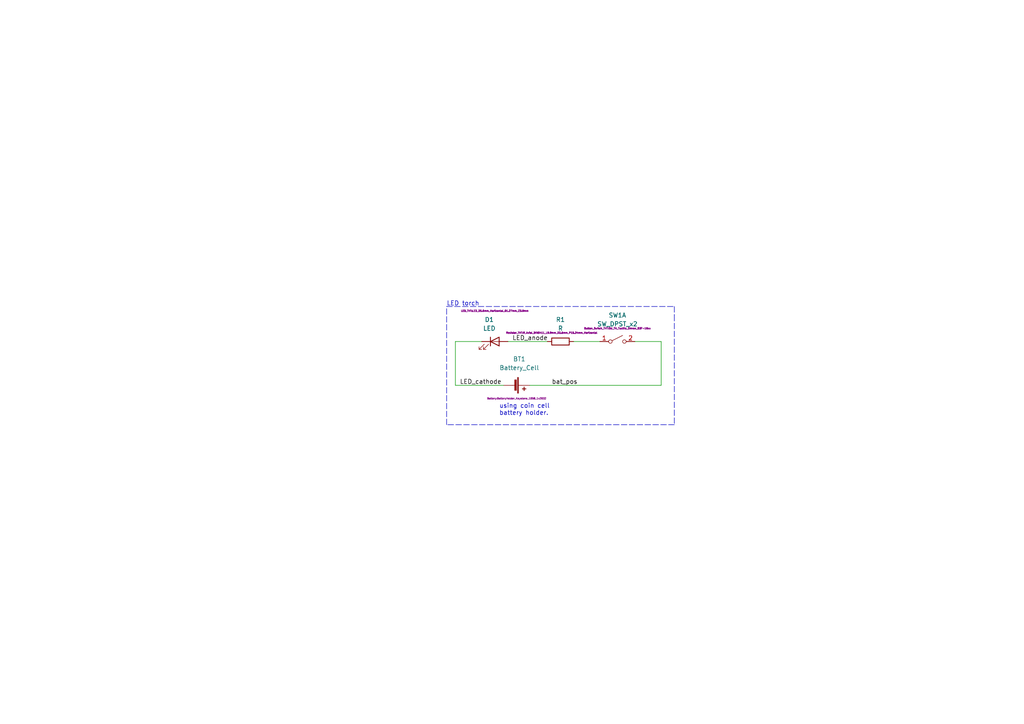
<source format=kicad_sch>
(kicad_sch (version 20211123) (generator eeschema)
  (paper "A4")
  (title_block (title "LED torch") (date "2022-07-11") (comment 1 "Project 1 of Kicad like a pro 3e ") (comment 2 "Casper Tak"))
  (lib_symbols
    (symbol "Device:Battery_Cell" (pin_numbers hide) (pin_names (offset 0) hide)
      (property "Reference" "BT" (at 2.54 2.54 0))
      (property "Value" "Battery_Cell" (at 2.54 0 0))
      (symbol "Battery_Cell_0_1"
        (rectangle (start -2.286 1.778) (end 2.286 1.524) (fill (type outline)))
        (rectangle (start -1.5748 1.1938) (end 1.4732 0.6858) (fill (type outline)))
        (polyline (pts (xy 0 0.762) (xy 0 0)))
        (polyline (pts (xy 0 1.778) (xy 0 2.54)))
        (polyline (pts (xy 0.508 3.429) (xy 1.524 3.429)) (stroke (width 0.254)))
        (polyline (pts (xy 1.016 3.937) (xy 1.016 2.921)) (stroke (width 0.254)))
      )
      (symbol "Battery_Cell_1_1"
        (pin passive line (at 0 5.08 270) (length 2.54) (name "+") (number "1"))
        (pin passive line (at 0 -2.54 90) (length 2.54) (name "-") (number "2"))
      )
    )
    (symbol "Device:LED" (pin_numbers hide) (pin_names (offset 1.016) hide)
      (property "Reference" "D" (at 0 2.54 0))
      (property "Value" "LED" (at 0 -2.54 0))
      (symbol "LED_0_1"
        (polyline (pts (xy -1.27 -1.27) (xy -1.27 1.27)) (stroke (width 0.254)))
        (polyline (pts (xy -1.27 0) (xy 1.27 0)))
        (polyline (pts (xy 1.27 -1.27) (xy 1.27 1.27) (xy -1.27 0) (xy 1.27 -1.27)) (stroke (width 0.254)))
        (polyline (pts (xy -3.048 -0.762) (xy -4.572 -2.286) (xy -3.81 -2.286) (xy -4.572 -2.286) (xy -4.572 -1.524)))
        (polyline (pts (xy -1.778 -0.762) (xy -3.302 -2.286) (xy -2.54 -2.286) (xy -3.302 -2.286) (xy -3.302 -1.524)))
      )
      (symbol "LED_1_1"
        (pin passive line (at -3.81 0 0) (length 2.54) (name "K") (number "1"))
        (pin passive line (at 3.81 0 180) (length 2.54) (name "A") (number "2"))
      )
    )
    (symbol "Device:R" (pin_numbers hide) (pin_names (offset 0))
      (property "Reference" "R" (at 2.032 0 90))
      (property "Value" "R" (at 0 0 90))
      (symbol "R_0_1"
        (rectangle (start -1.016 -2.54) (end 1.016 2.54) (stroke (width 0.254)))
      )
      (symbol "R_1_1"
        (pin passive line (at 0 3.81 270) (length 1.27) (name "~") (number "1"))
        (pin passive line (at 0 -3.81 90) (length 1.27) (name "~") (number "2"))
      )
    )
    (symbol "Switch:SW_DPST_x2" (pin_names (offset 0) hide)
      (property "Reference" "SW" (at 0 3.175 0))
      (property "Value" "SW_DPST_x2" (at 0 -2.54 0))
      (symbol "SW_DPST_x2_0_0"
        (circle (center -2.032 0) (radius 0.508))
        (polyline (pts (xy -1.524 0.254) (xy 1.524 1.778)))
        (circle (center 2.032 0) (radius 0.508))
      )
      (symbol "SW_DPST_x2_1_1"
        (pin passive line (at -5.08 0 0) (length 2.54) (name "A") (number "1"))
        (pin passive line (at 5.08 0 180) (length 2.54) (name "B") (number "2"))
      )
      (symbol "SW_DPST_x2_2_1"
        (pin passive line (at -5.08 0 0) (length 2.54) (name "A") (number "3"))
        (pin passive line (at 5.08 0 180) (length 2.54) (name "B") (number "4"))
      )
    )
  )
  (wire (pts (xy 132.08 111.76) (xy 132.08 99.06)))
  (wire (pts (xy 147.32 99.06) (xy 158.75 99.06)))
  (wire (pts (xy 146.05 111.76) (xy 132.08 111.76)))
  (wire (pts (xy 191.77 111.76) (xy 153.67 111.76)))
  (wire (pts (xy 166.37 99.06) (xy 173.99 99.06)))
  (polyline (pts (xy 195.58 91.44) (xy 195.58 123.19)))
  (polyline (pts (xy 129.54 123.19) (xy 129.54 88.9)))
  (polyline (pts (xy 195.58 123.19) (xy 129.54 123.19)))
  (polyline (pts (xy 129.54 88.9) (xy 195.58 88.9)))
  (wire (pts (xy 184.15 99.06) (xy 191.77 99.06)))
  (wire (pts (xy 132.08 99.06) (xy 139.7 99.06)))
  (wire (pts (xy 191.77 99.06) (xy 191.77 111.76)))
  (polyline (pts (xy 195.58 88.9) (xy 195.58 91.44)))
  (text "LED torch \n" (at 129.54 88.9 0) (effects (font (size 1.27 1.27)) (justify left bottom)))
  (text "using coin cell\nbattery holder.\n" (at 144.78 120.65 0) (effects (font (size 1.27 1.27)) (justify left bottom)))
  (label "bat_pos" (at 160.02 111.76 0))
  (label "LED_cathode" (at 133.35 111.76 0))
  (label "LED_anode" (at 148.59 99.06 0))
  (symbol (lib_id "Device:LED") (at 143.51 99.06 0) (unit 1)
    (property "Reference" "D1" (at 141.9225 92.71 0))
    (property "Value" "LED" (at 141.9225 95.25 0))
    (property "Footprint" "LED_THT:LED_D5.0mm_Horizontal_O1.27mm_Z3.0mm" (at 143.51 90.17 0) (effects (font (size 0.5 0.5))))
  )
  (symbol (lib_id "Switch:SW_DPST_x2") (at 179.07 99.06 0) (unit 1)
    (property "Reference" "SW1" (at 179.07 91.44 0))
    (property "Value" "SW_DPST_x2" (at 179.07 93.98 0))
    (property "Footprint" "Button_Switch_THT:SW_TH_Tactile_Omron_B3F-10xx" (at 179.07 95.25 0) (effects (font (size 0.5 0.5))))
  )
  (symbol (lib_id "Device:R") (at 162.56 99.06 90) (unit 1)
    (property "Reference" "R1" (at 162.56 92.71 90))
    (property "Value" "R" (at 162.56 95.25 90))
    (property "Footprint" "Resistor_THT:R_Axial_DIN0411_L9.9mm_D3.6mm_P15.24mm_Horizontal" (at 160.02 96.52 90) (effects (font (size 0.5 0.5))))
  )
  (symbol (lib_id "Device:Battery_Cell") (at 148.59 111.76 270) (unit 1)
    (property "Reference" "BT1" (at 150.622 104.14 90))
    (property "Value" "Battery_Cell" (at 150.622 106.68 90))
    (property "Footprint" "Battery:BatteryHolder_Keystone_1058_1x2032" (at 149.86 115.57 90) (effects (font (size 0.5 0.5))))
  )
)
</source>
